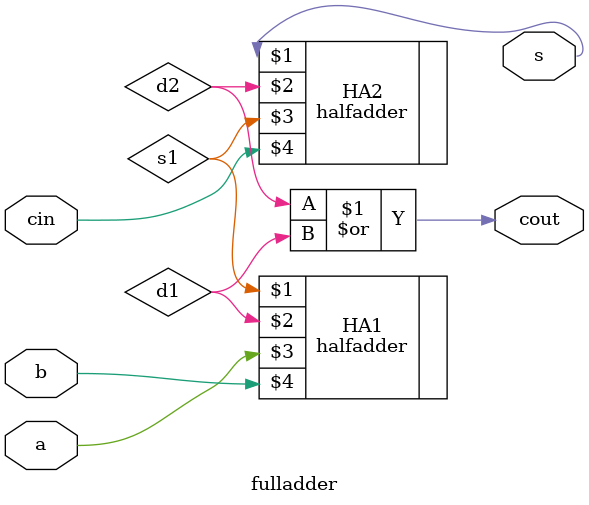
<source format=v>
`timescale 1ns / 1ps


module fulladder (s, cout, a, b, cin);
   input a, b, cin;
   output s, cout;

   //internal signals 
   wire s1, d1, d2;

   //Instantiate the half adders 
    halfadder    HA1 (s1, d1, a, b); 
    halfadder    HA2 (s, d2, s1, cin);
    or U3(cout, d2, d1);

endmodule
</source>
